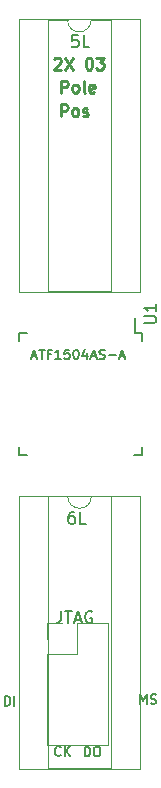
<source format=gto>
G04 #@! TF.FileFunction,Legend,Top*
%FSLAX46Y46*%
G04 Gerber Fmt 4.6, Leading zero omitted, Abs format (unit mm)*
G04 Created by KiCad (PCBNEW 4.0.7-e2-6376~58~ubuntu16.04.1) date Tue Jul  9 21:41:40 2024*
%MOMM*%
%LPD*%
G01*
G04 APERTURE LIST*
%ADD10C,0.100000*%
%ADD11C,0.200000*%
%ADD12C,0.250000*%
%ADD13C,0.120000*%
%ADD14C,0.150000*%
%ADD15R,2.100000X2.100000*%
%ADD16O,2.100000X2.100000*%
%ADD17R,2.000000X2.000000*%
%ADD18O,2.000000X2.000000*%
%ADD19R,0.950000X1.900000*%
%ADD20R,1.900000X0.950000*%
G04 APERTURE END LIST*
D10*
D11*
X156671429Y-125711905D02*
X156671429Y-124911905D01*
X156861905Y-124911905D01*
X156976191Y-124950000D01*
X157052382Y-125026190D01*
X157090477Y-125102381D01*
X157128572Y-125254762D01*
X157128572Y-125369048D01*
X157090477Y-125521429D01*
X157052382Y-125597619D01*
X156976191Y-125673810D01*
X156861905Y-125711905D01*
X156671429Y-125711905D01*
X157623810Y-124911905D02*
X157776191Y-124911905D01*
X157852382Y-124950000D01*
X157928572Y-125026190D01*
X157966667Y-125178571D01*
X157966667Y-125445238D01*
X157928572Y-125597619D01*
X157852382Y-125673810D01*
X157776191Y-125711905D01*
X157623810Y-125711905D01*
X157547620Y-125673810D01*
X157471429Y-125597619D01*
X157433334Y-125445238D01*
X157433334Y-125178571D01*
X157471429Y-125026190D01*
X157547620Y-124950000D01*
X157623810Y-124911905D01*
X154597619Y-125585714D02*
X154559524Y-125623810D01*
X154445238Y-125661905D01*
X154369048Y-125661905D01*
X154254762Y-125623810D01*
X154178571Y-125547619D01*
X154140476Y-125471429D01*
X154102381Y-125319048D01*
X154102381Y-125204762D01*
X154140476Y-125052381D01*
X154178571Y-124976190D01*
X154254762Y-124900000D01*
X154369048Y-124861905D01*
X154445238Y-124861905D01*
X154559524Y-124900000D01*
X154597619Y-124938095D01*
X154940476Y-125661905D02*
X154940476Y-124861905D01*
X155397619Y-125661905D02*
X155054762Y-125204762D01*
X155397619Y-124861905D02*
X154940476Y-125319048D01*
X161352381Y-121261905D02*
X161352381Y-120461905D01*
X161619048Y-121033333D01*
X161885715Y-120461905D01*
X161885715Y-121261905D01*
X162228572Y-121223810D02*
X162342858Y-121261905D01*
X162533334Y-121261905D01*
X162609524Y-121223810D01*
X162647620Y-121185714D01*
X162685715Y-121109524D01*
X162685715Y-121033333D01*
X162647620Y-120957143D01*
X162609524Y-120919048D01*
X162533334Y-120880952D01*
X162380953Y-120842857D01*
X162304762Y-120804762D01*
X162266667Y-120766667D01*
X162228572Y-120690476D01*
X162228572Y-120614286D01*
X162266667Y-120538095D01*
X162304762Y-120500000D01*
X162380953Y-120461905D01*
X162571429Y-120461905D01*
X162685715Y-120500000D01*
X149900000Y-121411905D02*
X149900000Y-120611905D01*
X150090476Y-120611905D01*
X150204762Y-120650000D01*
X150280953Y-120726190D01*
X150319048Y-120802381D01*
X150357143Y-120954762D01*
X150357143Y-121069048D01*
X150319048Y-121221429D01*
X150280953Y-121297619D01*
X150204762Y-121373810D01*
X150090476Y-121411905D01*
X149900000Y-121411905D01*
X150700000Y-121411905D02*
X150700000Y-120611905D01*
D12*
X154630952Y-71502381D02*
X154630952Y-70502381D01*
X155011905Y-70502381D01*
X155107143Y-70550000D01*
X155154762Y-70597619D01*
X155202381Y-70692857D01*
X155202381Y-70835714D01*
X155154762Y-70930952D01*
X155107143Y-70978571D01*
X155011905Y-71026190D01*
X154630952Y-71026190D01*
X155773809Y-71502381D02*
X155678571Y-71454762D01*
X155630952Y-71407143D01*
X155583333Y-71311905D01*
X155583333Y-71026190D01*
X155630952Y-70930952D01*
X155678571Y-70883333D01*
X155773809Y-70835714D01*
X155916667Y-70835714D01*
X156011905Y-70883333D01*
X156059524Y-70930952D01*
X156107143Y-71026190D01*
X156107143Y-71311905D01*
X156059524Y-71407143D01*
X156011905Y-71454762D01*
X155916667Y-71502381D01*
X155773809Y-71502381D01*
X156488095Y-71454762D02*
X156583333Y-71502381D01*
X156773809Y-71502381D01*
X156869048Y-71454762D01*
X156916667Y-71359524D01*
X156916667Y-71311905D01*
X156869048Y-71216667D01*
X156773809Y-71169048D01*
X156630952Y-71169048D01*
X156535714Y-71121429D01*
X156488095Y-71026190D01*
X156488095Y-70978571D01*
X156535714Y-70883333D01*
X156630952Y-70835714D01*
X156773809Y-70835714D01*
X156869048Y-70883333D01*
X154645238Y-69502381D02*
X154645238Y-68502381D01*
X155026191Y-68502381D01*
X155121429Y-68550000D01*
X155169048Y-68597619D01*
X155216667Y-68692857D01*
X155216667Y-68835714D01*
X155169048Y-68930952D01*
X155121429Y-68978571D01*
X155026191Y-69026190D01*
X154645238Y-69026190D01*
X155788095Y-69502381D02*
X155692857Y-69454762D01*
X155645238Y-69407143D01*
X155597619Y-69311905D01*
X155597619Y-69026190D01*
X155645238Y-68930952D01*
X155692857Y-68883333D01*
X155788095Y-68835714D01*
X155930953Y-68835714D01*
X156026191Y-68883333D01*
X156073810Y-68930952D01*
X156121429Y-69026190D01*
X156121429Y-69311905D01*
X156073810Y-69407143D01*
X156026191Y-69454762D01*
X155930953Y-69502381D01*
X155788095Y-69502381D01*
X156692857Y-69502381D02*
X156597619Y-69454762D01*
X156550000Y-69359524D01*
X156550000Y-68502381D01*
X157454763Y-69454762D02*
X157359525Y-69502381D01*
X157169048Y-69502381D01*
X157073810Y-69454762D01*
X157026191Y-69359524D01*
X157026191Y-68978571D01*
X157073810Y-68883333D01*
X157169048Y-68835714D01*
X157359525Y-68835714D01*
X157454763Y-68883333D01*
X157502382Y-68978571D01*
X157502382Y-69073810D01*
X157026191Y-69169048D01*
X154054762Y-66647619D02*
X154102381Y-66600000D01*
X154197619Y-66552381D01*
X154435715Y-66552381D01*
X154530953Y-66600000D01*
X154578572Y-66647619D01*
X154626191Y-66742857D01*
X154626191Y-66838095D01*
X154578572Y-66980952D01*
X154007143Y-67552381D01*
X154626191Y-67552381D01*
X154959524Y-66552381D02*
X155626191Y-67552381D01*
X155626191Y-66552381D02*
X154959524Y-67552381D01*
X156959524Y-66552381D02*
X157054763Y-66552381D01*
X157150001Y-66600000D01*
X157197620Y-66647619D01*
X157245239Y-66742857D01*
X157292858Y-66933333D01*
X157292858Y-67171429D01*
X157245239Y-67361905D01*
X157197620Y-67457143D01*
X157150001Y-67504762D01*
X157054763Y-67552381D01*
X156959524Y-67552381D01*
X156864286Y-67504762D01*
X156816667Y-67457143D01*
X156769048Y-67361905D01*
X156721429Y-67171429D01*
X156721429Y-66933333D01*
X156769048Y-66742857D01*
X156816667Y-66647619D01*
X156864286Y-66600000D01*
X156959524Y-66552381D01*
X157626191Y-66552381D02*
X158245239Y-66552381D01*
X157911905Y-66933333D01*
X158054763Y-66933333D01*
X158150001Y-66980952D01*
X158197620Y-67028571D01*
X158245239Y-67123810D01*
X158245239Y-67361905D01*
X158197620Y-67457143D01*
X158150001Y-67504762D01*
X158054763Y-67552381D01*
X157769048Y-67552381D01*
X157673810Y-67504762D01*
X157626191Y-67457143D01*
D13*
X153430000Y-124720000D02*
X158630000Y-124720000D01*
X153430000Y-117040000D02*
X153430000Y-124720000D01*
X158630000Y-114440000D02*
X158630000Y-124720000D01*
X153430000Y-117040000D02*
X156030000Y-117040000D01*
X156030000Y-117040000D02*
X156030000Y-114440000D01*
X156030000Y-114440000D02*
X158630000Y-114440000D01*
X153430000Y-115770000D02*
X153430000Y-114440000D01*
X153430000Y-114440000D02*
X154760000Y-114440000D01*
X157190000Y-63350000D02*
G75*
G02X155190000Y-63350000I-1000000J0D01*
G01*
X155190000Y-63350000D02*
X153540000Y-63350000D01*
X153540000Y-63350000D02*
X153540000Y-86330000D01*
X153540000Y-86330000D02*
X158840000Y-86330000D01*
X158840000Y-86330000D02*
X158840000Y-63350000D01*
X158840000Y-63350000D02*
X157190000Y-63350000D01*
X151050000Y-63290000D02*
X151050000Y-86390000D01*
X151050000Y-86390000D02*
X161330000Y-86390000D01*
X161330000Y-86390000D02*
X161330000Y-63290000D01*
X161330000Y-63290000D02*
X151050000Y-63290000D01*
X157210000Y-103690000D02*
G75*
G02X155210000Y-103690000I-1000000J0D01*
G01*
X155210000Y-103690000D02*
X153560000Y-103690000D01*
X153560000Y-103690000D02*
X153560000Y-126670000D01*
X153560000Y-126670000D02*
X158860000Y-126670000D01*
X158860000Y-126670000D02*
X158860000Y-103690000D01*
X158860000Y-103690000D02*
X157210000Y-103690000D01*
X151070000Y-103630000D02*
X151070000Y-126730000D01*
X151070000Y-126730000D02*
X161350000Y-126730000D01*
X161350000Y-126730000D02*
X161350000Y-103630000D01*
X161350000Y-103630000D02*
X151070000Y-103630000D01*
D14*
X161475000Y-89875000D02*
X160900000Y-89875000D01*
X161475000Y-100225000D02*
X160800000Y-100225000D01*
X151125000Y-100225000D02*
X151800000Y-100225000D01*
X151125000Y-89875000D02*
X151800000Y-89875000D01*
X161475000Y-89875000D02*
X161475000Y-90550000D01*
X151125000Y-89875000D02*
X151125000Y-90550000D01*
X151125000Y-100225000D02*
X151125000Y-99550000D01*
X161475000Y-100225000D02*
X161475000Y-99550000D01*
X160900000Y-89875000D02*
X160900000Y-88600000D01*
X154633334Y-113402381D02*
X154633334Y-114116667D01*
X154585714Y-114259524D01*
X154490476Y-114354762D01*
X154347619Y-114402381D01*
X154252381Y-114402381D01*
X154966667Y-113402381D02*
X155538096Y-113402381D01*
X155252381Y-114402381D02*
X155252381Y-113402381D01*
X155823810Y-114116667D02*
X156300001Y-114116667D01*
X155728572Y-114402381D02*
X156061905Y-113402381D01*
X156395239Y-114402381D01*
X157252382Y-113450000D02*
X157157144Y-113402381D01*
X157014287Y-113402381D01*
X156871429Y-113450000D01*
X156776191Y-113545238D01*
X156728572Y-113640476D01*
X156680953Y-113830952D01*
X156680953Y-113973810D01*
X156728572Y-114164286D01*
X156776191Y-114259524D01*
X156871429Y-114354762D01*
X157014287Y-114402381D01*
X157109525Y-114402381D01*
X157252382Y-114354762D01*
X157300001Y-114307143D01*
X157300001Y-113973810D01*
X157109525Y-113973810D01*
X156083334Y-64652381D02*
X155607143Y-64652381D01*
X155559524Y-65128571D01*
X155607143Y-65080952D01*
X155702381Y-65033333D01*
X155940477Y-65033333D01*
X156035715Y-65080952D01*
X156083334Y-65128571D01*
X156130953Y-65223810D01*
X156130953Y-65461905D01*
X156083334Y-65557143D01*
X156035715Y-65604762D01*
X155940477Y-65652381D01*
X155702381Y-65652381D01*
X155607143Y-65604762D01*
X155559524Y-65557143D01*
X157035715Y-65652381D02*
X156559524Y-65652381D01*
X156559524Y-64652381D01*
X155735715Y-105002381D02*
X155545238Y-105002381D01*
X155450000Y-105050000D01*
X155402381Y-105097619D01*
X155307143Y-105240476D01*
X155259524Y-105430952D01*
X155259524Y-105811905D01*
X155307143Y-105907143D01*
X155354762Y-105954762D01*
X155450000Y-106002381D01*
X155640477Y-106002381D01*
X155735715Y-105954762D01*
X155783334Y-105907143D01*
X155830953Y-105811905D01*
X155830953Y-105573810D01*
X155783334Y-105478571D01*
X155735715Y-105430952D01*
X155640477Y-105383333D01*
X155450000Y-105383333D01*
X155354762Y-105430952D01*
X155307143Y-105478571D01*
X155259524Y-105573810D01*
X156735715Y-106002381D02*
X156259524Y-106002381D01*
X156259524Y-105002381D01*
X161702381Y-89011905D02*
X162511905Y-89011905D01*
X162607143Y-88964286D01*
X162654762Y-88916667D01*
X162702381Y-88821429D01*
X162702381Y-88630952D01*
X162654762Y-88535714D01*
X162607143Y-88488095D01*
X162511905Y-88440476D01*
X161702381Y-88440476D01*
X162702381Y-87440476D02*
X162702381Y-88011905D01*
X162702381Y-87726191D02*
X161702381Y-87726191D01*
X161845238Y-87821429D01*
X161940476Y-87916667D01*
X161988095Y-88011905D01*
X152176191Y-91833333D02*
X152557143Y-91833333D01*
X152100000Y-92061905D02*
X152366667Y-91261905D01*
X152633334Y-92061905D01*
X152785714Y-91261905D02*
X153242857Y-91261905D01*
X153014286Y-92061905D02*
X153014286Y-91261905D01*
X153776191Y-91642857D02*
X153509524Y-91642857D01*
X153509524Y-92061905D02*
X153509524Y-91261905D01*
X153890477Y-91261905D01*
X154614286Y-92061905D02*
X154157143Y-92061905D01*
X154385714Y-92061905D02*
X154385714Y-91261905D01*
X154309524Y-91376190D01*
X154233333Y-91452381D01*
X154157143Y-91490476D01*
X155338096Y-91261905D02*
X154957143Y-91261905D01*
X154919048Y-91642857D01*
X154957143Y-91604762D01*
X155033334Y-91566667D01*
X155223810Y-91566667D01*
X155300000Y-91604762D01*
X155338096Y-91642857D01*
X155376191Y-91719048D01*
X155376191Y-91909524D01*
X155338096Y-91985714D01*
X155300000Y-92023810D01*
X155223810Y-92061905D01*
X155033334Y-92061905D01*
X154957143Y-92023810D01*
X154919048Y-91985714D01*
X155871429Y-91261905D02*
X155947620Y-91261905D01*
X156023810Y-91300000D01*
X156061905Y-91338095D01*
X156100001Y-91414286D01*
X156138096Y-91566667D01*
X156138096Y-91757143D01*
X156100001Y-91909524D01*
X156061905Y-91985714D01*
X156023810Y-92023810D01*
X155947620Y-92061905D01*
X155871429Y-92061905D01*
X155795239Y-92023810D01*
X155757143Y-91985714D01*
X155719048Y-91909524D01*
X155680953Y-91757143D01*
X155680953Y-91566667D01*
X155719048Y-91414286D01*
X155757143Y-91338095D01*
X155795239Y-91300000D01*
X155871429Y-91261905D01*
X156823810Y-91528571D02*
X156823810Y-92061905D01*
X156633334Y-91223810D02*
X156442858Y-91795238D01*
X156938096Y-91795238D01*
X157204763Y-91833333D02*
X157585715Y-91833333D01*
X157128572Y-92061905D02*
X157395239Y-91261905D01*
X157661906Y-92061905D01*
X157890477Y-92023810D02*
X158004763Y-92061905D01*
X158195239Y-92061905D01*
X158271429Y-92023810D01*
X158309525Y-91985714D01*
X158347620Y-91909524D01*
X158347620Y-91833333D01*
X158309525Y-91757143D01*
X158271429Y-91719048D01*
X158195239Y-91680952D01*
X158042858Y-91642857D01*
X157966667Y-91604762D01*
X157928572Y-91566667D01*
X157890477Y-91490476D01*
X157890477Y-91414286D01*
X157928572Y-91338095D01*
X157966667Y-91300000D01*
X158042858Y-91261905D01*
X158233334Y-91261905D01*
X158347620Y-91300000D01*
X158690477Y-91757143D02*
X159300001Y-91757143D01*
X159642858Y-91833333D02*
X160023810Y-91833333D01*
X159566667Y-92061905D02*
X159833334Y-91261905D01*
X160100001Y-92061905D01*
%LPC*%
D15*
X154760000Y-115770000D03*
D16*
X157300000Y-115770000D03*
X154760000Y-118310000D03*
X157300000Y-118310000D03*
X154760000Y-120850000D03*
X157300000Y-120850000D03*
X154760000Y-123390000D03*
X157300000Y-123390000D03*
D17*
X152380000Y-64680000D03*
D18*
X160000000Y-85000000D03*
X152380000Y-67220000D03*
X160000000Y-82460000D03*
X152380000Y-69760000D03*
X160000000Y-79920000D03*
X152380000Y-72300000D03*
X160000000Y-77380000D03*
X152380000Y-74840000D03*
X160000000Y-74840000D03*
X152380000Y-77380000D03*
X160000000Y-72300000D03*
X152380000Y-79920000D03*
X160000000Y-69760000D03*
X152380000Y-82460000D03*
X160000000Y-67220000D03*
X152380000Y-85000000D03*
X160000000Y-64680000D03*
D17*
X152400000Y-105020000D03*
D18*
X160020000Y-125340000D03*
X152400000Y-107560000D03*
X160020000Y-122800000D03*
X152400000Y-110100000D03*
X160020000Y-120260000D03*
X152400000Y-112640000D03*
X160020000Y-117720000D03*
X152400000Y-115180000D03*
X160020000Y-115180000D03*
X152400000Y-117720000D03*
X160020000Y-112640000D03*
X152400000Y-120260000D03*
X160020000Y-110100000D03*
X152400000Y-122800000D03*
X160020000Y-107560000D03*
X152400000Y-125340000D03*
X160020000Y-105020000D03*
D19*
X160300000Y-89350000D03*
X159500000Y-89350000D03*
X158700000Y-89350000D03*
X157900000Y-89350000D03*
X157100000Y-89350000D03*
X156300000Y-89350000D03*
X155500000Y-89350000D03*
X154700000Y-89350000D03*
X153900000Y-89350000D03*
X153100000Y-89350000D03*
X152300000Y-89350000D03*
D20*
X150600000Y-91050000D03*
X150600000Y-91850000D03*
X150600000Y-92650000D03*
X150600000Y-93450000D03*
X150600000Y-94250000D03*
X150600000Y-95050000D03*
X150600000Y-95850000D03*
X150600000Y-96650000D03*
X150600000Y-97450000D03*
X150600000Y-98250000D03*
X150600000Y-99050000D03*
D19*
X152300000Y-100750000D03*
X153100000Y-100750000D03*
X153900000Y-100750000D03*
X154700000Y-100750000D03*
X155500000Y-100750000D03*
X156300000Y-100750000D03*
X157100000Y-100750000D03*
X157900000Y-100750000D03*
X158700000Y-100750000D03*
X159500000Y-100750000D03*
X160300000Y-100750000D03*
D20*
X162000000Y-99050000D03*
X162000000Y-98250000D03*
X162000000Y-97450000D03*
X162000000Y-96650000D03*
X162000000Y-95850000D03*
X162000000Y-95050000D03*
X162000000Y-94250000D03*
X162000000Y-93450000D03*
X162000000Y-92650000D03*
X162000000Y-91850000D03*
X162000000Y-91050000D03*
M02*

</source>
